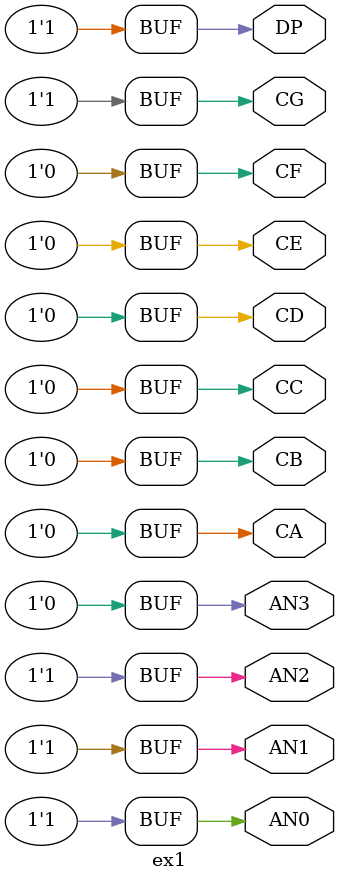
<source format=v>
module ex1(
    output  AN0,
    output  AN1,
    output  AN2,
    output  AN3,
    output  CA,
    output  CB,
    output  CC,
    output  CD,
    output  CE,
    output  CF,
    output  CG,
    output  DP
    );

    assign AN3 = 0;
	 assign AN2 = 1;
	 assign AN1 = 1;
	 assign AN0 = 1;
	 
	 assign CA=0;
	 assign CB=0;
	 assign CC=0;
	 assign CD=0;
	 assign CE=0;
	 assign CF=0;
	 assign CG=1;
	 assign DP=1;	 
	 
endmodule

</source>
